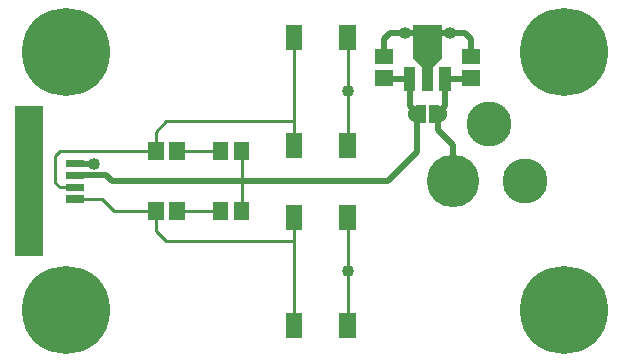
<source format=gbr>
G04 start of page 2 for group 0 idx 0 *
G04 Title: (unknown), top *
G04 Creator: pcb 20140316 *
G04 CreationDate: Thu 20 Aug 2020 03:00:16 AM GMT UTC *
G04 For: railfan *
G04 Format: Gerber/RS-274X *
G04 PCB-Dimensions (mil): 2000.00 1200.00 *
G04 PCB-Coordinate-Origin: lower left *
%MOIN*%
%FSLAX25Y25*%
%LNTOP*%
%ADD28C,0.1100*%
%ADD27C,0.1250*%
%ADD26C,0.1285*%
%ADD25C,0.0400*%
%ADD24R,0.0472X0.0472*%
%ADD23R,0.0236X0.0236*%
%ADD22R,0.0550X0.0550*%
%ADD21R,0.0512X0.0512*%
%ADD20R,0.0300X0.0300*%
%ADD19C,0.0600*%
%ADD18R,0.0945X0.0945*%
%ADD17R,0.0378X0.0378*%
%ADD16C,0.1500*%
%ADD15C,0.1750*%
%ADD14C,0.2937*%
%ADD13C,0.0100*%
%ADD12C,0.0200*%
%ADD11C,0.0001*%
G54D11*G36*
X0Y85000D02*X9500D01*
Y35000D01*
X0D01*
Y85000D01*
G37*
G54D12*X143406Y94063D02*Y85006D01*
X140900Y82500D01*
Y77100D01*
X143406Y94063D02*X152000D01*
Y101543D02*Y107500D01*
X150000Y109500D01*
X140900Y77100D02*X146000Y72000D01*
Y60000D01*
X131594Y94063D02*Y85006D01*
Y94063D02*X123000D01*
Y101543D02*Y107500D01*
X125000Y109500D01*
X150000D01*
G54D13*X93100Y107950D02*Y72050D01*
G54D12*X131594Y85006D02*X134100Y82500D01*
Y69600D01*
X124500Y60000D01*
G54D13*X110900Y47950D02*Y12050D01*
Y107950D02*Y72050D01*
X93100Y47950D02*Y12050D01*
G54D12*X32500Y60000D02*X30531Y61969D01*
X20000D01*
Y65906D02*X26500D01*
G54D13*X20000Y58031D02*X14969D01*
X13500Y59500D01*
G54D12*X124500Y60000D02*X32500D01*
G54D13*X54086Y70000D02*X68500D01*
X54086Y50000D02*X68500D01*
X75586Y70000D02*Y50000D01*
X13500Y59500D02*Y68500D01*
X15000Y70000D01*
X47000D01*
Y76500D01*
X50500Y80000D01*
X93000D01*
X20000Y54094D02*X28906D01*
X33000Y50000D01*
X47000D01*
Y43500D01*
X50500Y40000D01*
X93000D01*
G54D14*X183000Y17000D03*
Y103000D03*
G54D15*X146000Y60000D03*
G54D16*X170000D03*
X158000Y79000D03*
G54D14*X17000Y103000D03*
Y17000D03*
G54D17*X131594Y96110D02*Y92016D01*
X137500Y103826D02*Y92016D01*
G54D18*Y107450D02*Y105560D01*
G54D11*G36*
X134195Y102255D02*X137035Y99415D01*
X135615Y97995D01*
X132775Y100835D01*
X134195Y102255D01*
G37*
G36*
X137965Y99415D02*X140805Y102255D01*
X142225Y100835D01*
X139385Y97995D01*
X137965Y99415D01*
G37*
G54D17*X143406Y96110D02*Y92016D01*
G54D19*X134100Y82500D03*
G54D20*X135600Y84000D02*Y81000D01*
G54D19*X140900Y82500D03*
G54D20*X139400Y84000D02*Y81000D01*
G54D21*X151607Y94457D02*X152393D01*
X151607Y101543D02*X152393D01*
X122607Y94457D02*X123393D01*
X122607Y101543D02*X123393D01*
G54D22*X110900Y109350D02*Y106550D01*
Y73450D02*Y70650D01*
X93100Y109350D02*Y106550D01*
Y73450D02*Y70650D01*
G54D21*X75586Y70393D02*Y69607D01*
Y50393D02*Y49607D01*
G54D23*X18130Y65906D02*X21870D01*
X18130Y61969D02*X21870D01*
X18130Y58031D02*X21870D01*
X18130Y54094D02*X21870D01*
G54D24*X3563Y71024D02*X5925D01*
X3563Y48976D02*X5925D01*
G54D21*X68500Y70393D02*Y69607D01*
X54086Y70393D02*Y69607D01*
X47000Y70393D02*Y69607D01*
X54086Y50393D02*Y49607D01*
X47000Y50393D02*Y49607D01*
X68500Y50393D02*Y49607D01*
G54D22*X110900Y49350D02*Y46550D01*
X93100Y49350D02*Y46550D01*
X110900Y13450D02*Y10650D01*
X93100Y13450D02*Y10650D01*
G54D25*X26500Y65906D03*
X145000Y109500D03*
X130000D03*
X110900Y30000D03*
Y90000D03*
G54D12*G54D26*G54D27*G54D28*G54D26*M02*

</source>
